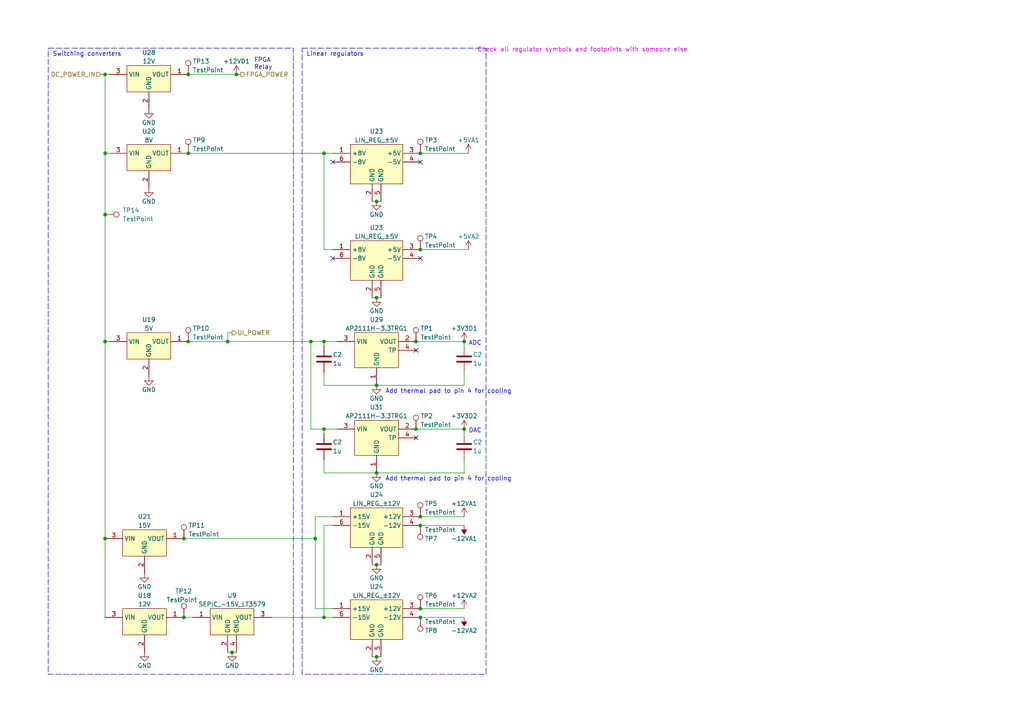
<source format=kicad_sch>
(kicad_sch (version 20230121) (generator eeschema)
  (paper "A4")
  (lib_symbols
    (symbol "Audio-DSP:+12VA1" (power) (in_bom no) (on_board no)
      (property "Value" "+12VA1" (at 0 3.81 0))
      (symbol "+12VA1_0_1"
        (polyline (pts (xy -0.762 1.27) (xy 0 2.54)))
        (polyline (pts (xy 0 0) (xy 0 2.54)))
        (polyline (pts (xy 0 2.54) (xy 0.762 1.27)))
      )
      (symbol "+12VA1_1_1"
        (pin power_in line (at 0 0 90) (length 0) hide (name "+12VA1") (number "1"))
      )
    )
    (symbol "Audio-DSP:+12VA2" (power) (in_bom no) (on_board no)
      (property "Value" "+12VA2" (at 0 3.81 0))
      (symbol "+12VA2_0_1"
        (polyline (pts (xy -0.762 1.27) (xy 0 2.54)))
        (polyline (pts (xy 0 0) (xy 0 2.54)))
        (polyline (pts (xy 0 2.54) (xy 0.762 1.27)))
      )
      (symbol "+12VA2_1_1"
        (pin power_in line (at 0 0 90) (length 0) hide (name "+12VA2") (number "1"))
      )
    )
    (symbol "Audio-DSP:+5VA1" (power) (in_bom no) (on_board no)
      (property "Value" "+5VA1" (at 0 3.81 0))
      (symbol "+5VA1_0_1"
        (polyline (pts (xy -0.762 1.27) (xy 0 2.54)))
        (polyline (pts (xy 0 0) (xy 0 2.54)))
        (polyline (pts (xy 0 2.54) (xy 0.762 1.27)))
      )
      (symbol "+5VA1_1_1"
        (pin power_in line (at 0 0 90) (length 0) hide (name "+5VA1") (number "1"))
      )
    )
    (symbol "Audio-DSP:+5VA2" (power) (in_bom no) (on_board no)
      (property "Value" "+5VA2" (at 0 3.81 0))
      (symbol "+5VA2_0_1"
        (polyline (pts (xy -0.762 1.27) (xy 0 2.54)))
        (polyline (pts (xy 0 0) (xy 0 2.54)))
        (polyline (pts (xy 0 2.54) (xy 0.762 1.27)))
      )
      (symbol "+5VA2_1_1"
        (pin power_in line (at 0 0 90) (length 0) hide (name "+5VA2") (number "1"))
      )
    )
    (symbol "Audio-DSP:-12VA1" (power) (in_bom no) (on_board no)
      (property "Value" "-12VA1" (at 0 3.81 0))
      (symbol "-12VA1_0_1"
        (polyline (pts (xy 0 0) (xy 0 1.27) (xy 0.762 1.27) (xy 0 2.54) (xy -0.762 1.27) (xy 0 1.27)) (fill (type outline)))
      )
      (symbol "-12VA1_1_0"
        (pin power_in line (at 0 0 90) (length 0) hide (name "-12VA1") (number "1"))
      )
    )
    (symbol "Audio-DSP:-12VA2" (power) (in_bom no) (on_board no)
      (property "Value" "-12VA2" (at 0 3.81 0))
      (symbol "-12VA2_0_1"
        (polyline (pts (xy 0 0) (xy 0 1.27) (xy 0.762 1.27) (xy 0 2.54) (xy -0.762 1.27) (xy 0 1.27)) (fill (type outline)))
      )
      (symbol "-12VA2_1_0"
        (pin power_in line (at 0 0 90) (length 0) hide (name "-12VA2") (number "1"))
      )
    )
    (symbol "Audio-DSP:LIN_REG_±12V"
      (property "Reference" "U" (at 0 10.16 0))
      (property "Value" "LIN_REG_±12V" (at 0 7.62 0))
      (symbol "LIN_REG_±12V_1_1"
        (rectangle (start -7.62 6.35) (end 7.62 -5.08) (fill (type background)))
        (pin power_in line (at -12.7 3.81 0) (length 5.08) (name "+15V") (number "1"))
        (pin power_in line (at -1.27 -10.16 90) (length 5.08) (name "GND") (number "2"))
        (pin power_out line (at 12.7 3.81 180) (length 5.08) (name "+12V") (number "3"))
        (pin power_out line (at 12.7 1.27 180) (length 5.08) (name "-12V") (number "4"))
        (pin power_in line (at 1.27 -10.16 90) (length 5.08) (name "GND") (number "5"))
        (pin power_in line (at -12.7 1.27 0) (length 5.08) (name "-15V") (number "6"))
      )
    )
    (symbol "Audio-DSP:LIN_REG_±5V"
      (property "Reference" "U" (at 0 10.16 0))
      (property "Value" "LIN_REG_±5V" (at 0 7.62 0))
      (symbol "LIN_REG_±5V_1_1"
        (rectangle (start -7.62 6.35) (end 7.62 -5.08) (fill (type background)))
        (pin power_in line (at -12.7 3.81 0) (length 5.08) (name "+8V") (number "1"))
        (pin power_in line (at -1.27 -10.16 90) (length 5.08) (name "GND") (number "2"))
        (pin power_out line (at 12.7 3.81 180) (length 5.08) (name "+5V") (number "3"))
        (pin power_out line (at 12.7 1.27 180) (length 5.08) (name "-5V") (number "4"))
        (pin power_in line (at 1.27 -10.16 90) (length 5.08) (name "GND") (number "5"))
        (pin power_in line (at -12.7 1.27 0) (length 5.08) (name "-8V") (number "6"))
      )
    )
    (symbol "Audio_DSP:+12VD1" (power) (in_bom no) (on_board no)
      (property "Value" "+12VD1" (at 0 3.81 0))
      (symbol "+12VD1_0_1"
        (polyline (pts (xy -0.762 1.27) (xy 0 2.54)))
        (polyline (pts (xy 0 0) (xy 0 2.54)))
        (polyline (pts (xy 0 2.54) (xy 0.762 1.27)))
      )
      (symbol "+12VD1_1_1"
        (pin power_in line (at 0 0 90) (length 0) hide (name "+12VD1") (number "1"))
      )
    )
    (symbol "Audio_DSP:+3V3D1" (power) (in_bom no) (on_board no)
      (property "Value" "+3V3D1" (at 0 3.81 0))
      (symbol "+3V3D1_0_1"
        (polyline (pts (xy -0.762 1.27) (xy 0 2.54)))
        (polyline (pts (xy 0 0) (xy 0 2.54)))
        (polyline (pts (xy 0 2.54) (xy 0.762 1.27)))
      )
      (symbol "+3V3D1_1_1"
        (pin power_in line (at 0 0 90) (length 0) hide (name "+3V3D1") (number "1"))
      )
    )
    (symbol "Audio_DSP:+3V3D2" (power) (in_bom no) (on_board no)
      (property "Value" "+3V3D2" (at 0 3.81 0))
      (symbol "+3V3D2_0_1"
        (polyline (pts (xy -0.762 1.27) (xy 0 2.54)))
        (polyline (pts (xy 0 0) (xy 0 2.54)))
        (polyline (pts (xy 0 2.54) (xy 0.762 1.27)))
      )
      (symbol "+3V3D2_1_1"
        (pin power_in line (at 0 0 90) (length 0) hide (name "+3V3D2") (number "1"))
      )
    )
    (symbol "Audio_DSP:AP2111H-3.3TRG1"
      (property "Reference" "U" (at 0 8.89 0))
      (property "Value" "AP2111H-3.3TRG1" (at 0 6.35 0))
      (symbol "AP2111H-3.3TRG1_1_1"
        (rectangle (start -6.35 5.08) (end 6.35 -5.08) (fill (type background)))
        (pin power_in line (at 0 -10.16 90) (length 5.08) (name "GND") (number "1"))
        (pin power_out line (at 11.43 2.54 180) (length 5.08) (name "VOUT") (number "2"))
        (pin power_in line (at -11.43 2.54 0) (length 5.08) (name "VIN") (number "3"))
        (pin no_connect line (at 11.43 0 180) (length 5.08) (name "TP") (number "4"))
      )
    )
    (symbol "Audio_DSP:BUCK_12V_MAX17634C"
      (property "Reference" "U" (at 3.81 7.62 0))
      (property "Value" "12V" (at 5.08 5.08 0))
      (symbol "BUCK_12V_MAX17634C_1_1"
        (rectangle (start -6.35 3.81) (end 6.35 -3.81) (fill (type background)))
        (pin power_out line (at 11.43 1.27 180) (length 5.08) (name "VOUT") (number "1"))
        (pin power_in line (at 0 -8.89 90) (length 5.08) (name "GND") (number "2"))
        (pin power_in line (at -11.43 1.27 0) (length 5.08) (name "VIN") (number "3"))
      )
    )
    (symbol "Audio_DSP:BUCK_15V_MAX17634C"
      (property "Reference" "U" (at 3.81 7.62 0))
      (property "Value" "15V" (at 5.08 5.08 0))
      (symbol "BUCK_15V_MAX17634C_1_1"
        (rectangle (start -6.35 3.81) (end 6.35 -3.81) (fill (type background)))
        (pin power_out line (at 11.43 1.27 180) (length 5.08) (name "VOUT") (number "1"))
        (pin power_in line (at 0 -8.89 90) (length 5.08) (name "GND") (number "2"))
        (pin power_in line (at -11.43 1.27 0) (length 5.08) (name "VIN") (number "3"))
      )
    )
    (symbol "Audio_DSP:BUCK_5V_MAX17634C"
      (property "Reference" "U" (at 3.81 7.62 0))
      (property "Value" "5V" (at 5.08 5.08 0))
      (symbol "BUCK_5V_MAX17634C_1_1"
        (rectangle (start -6.35 3.81) (end 6.35 -3.81) (fill (type background)))
        (pin power_out line (at 11.43 1.27 180) (length 5.08) (name "VOUT") (number "1"))
        (pin power_in line (at 0 -8.89 90) (length 5.08) (name "GND") (number "2"))
        (pin power_in line (at -11.43 1.27 0) (length 5.08) (name "VIN") (number "3"))
      )
    )
    (symbol "Audio_DSP:BUCK_8V_MAX17634C"
      (property "Reference" "U" (at 3.81 7.62 0))
      (property "Value" "8V" (at 5.08 5.08 0))
      (symbol "BUCK_8V_MAX17634C_1_1"
        (rectangle (start -6.35 3.81) (end 6.35 -3.81) (fill (type background)))
        (pin power_out line (at 11.43 1.27 180) (length 5.08) (name "VOUT") (number "1"))
        (pin power_in line (at 0 -8.89 90) (length 5.08) (name "GND") (number "2"))
        (pin power_in line (at -11.43 1.27 0) (length 5.08) (name "VIN") (number "3"))
      )
    )
    (symbol "Audio_DSP:SEPIC_-15V_LT3579"
      (property "Reference" "U" (at 0 7.62 0))
      (property "Value" "SEPIC_-15V_LT3579" (at 0 5.08 0))
      (symbol "SEPIC_-15V_LT3579_1_1"
        (rectangle (start -6.35 3.81) (end 6.35 -3.81) (fill (type background)))
        (pin power_in line (at -11.43 1.27 0) (length 5.08) (name "VIN") (number "1"))
        (pin power_in line (at -1.27 -8.89 90) (length 5.08) (name "GND") (number "2"))
        (pin power_out line (at 11.43 1.27 180) (length 5.08) (name "VOUT") (number "3"))
        (pin power_in line (at 1.27 -8.89 90) (length 5.08) (name "GND") (number "4"))
      )
    )
    (symbol "Connector:TestPoint" (pin_numbers hide) (pin_names (offset 0.762) hide)
      (property "Reference" "TP" (at 0 6.858 0))
      (property "Value" "TestPoint" (at 0 5.08 0))
      (symbol "TestPoint_0_1"
        (circle (center 0 3.302) (radius 0.762))
      )
      (symbol "TestPoint_1_1"
        (pin passive line (at 0 0 90) (length 2.54) (name "1") (number "1"))
      )
    )
    (symbol "Device:C" (pin_numbers hide) (pin_names (offset 0.254))
      (property "Reference" "C" (at 0.635 2.54 0))
      (property "Value" "C" (at 0.635 -2.54 0))
      (symbol "C_0_1"
        (polyline (pts (xy -2.032 -0.762) (xy 2.032 -0.762)) (stroke (width 0.508)))
        (polyline (pts (xy -2.032 0.762) (xy 2.032 0.762)) (stroke (width 0.508)))
      )
      (symbol "C_1_1"
        (pin passive line (at 0 3.81 270) (length 2.794) (name "~") (number "1"))
        (pin passive line (at 0 -3.81 90) (length 2.794) (name "~") (number "2"))
      )
    )
    (symbol "power:GND" (power) (pin_names (offset 0))
      (property "Value" "GND" (at 0 -3.81 0))
      (symbol "GND_0_1"
        (polyline (pts (xy 0 0) (xy 0 -1.27) (xy 1.27 -1.27) (xy 0 -2.54) (xy -1.27 -1.27) (xy 0 -1.27)))
      )
      (symbol "GND_1_1"
        (pin power_in line (at 0 0 270) (length 0) hide (name "GND") (number "1"))
      )
    )
  )
  (junction (at 93.98 44.45))
  (junction (at 120.65 99.06))
  (junction (at 109.22 163.83))
  (junction (at 134.62 124.46))
  (junction (at 30.48 44.45))
  (junction (at 54.61 44.45))
  (junction (at 121.92 44.45))
  (junction (at 90.17 99.06))
  (junction (at 93.98 99.06))
  (junction (at 53.34 156.21))
  (junction (at 67.31 189.23))
  (junction (at 93.98 179.07))
  (junction (at 121.92 176.53))
  (junction (at 66.04 99.06))
  (junction (at 54.61 99.06))
  (junction (at 121.92 179.07))
  (junction (at 53.34 179.07))
  (junction (at 121.92 152.4))
  (junction (at 109.22 58.42))
  (junction (at 109.22 190.5))
  (junction (at 30.48 99.06))
  (junction (at 109.22 137.16))
  (junction (at 109.22 86.36))
  (junction (at 93.98 124.46))
  (junction (at 54.61 21.59))
  (junction (at 121.92 72.39))
  (junction (at 134.62 99.06))
  (junction (at 120.65 124.46))
  (junction (at 121.92 149.86))
  (junction (at 91.44 156.21))
  (junction (at 109.22 111.76))
  (junction (at 30.48 156.21))
  (junction (at 30.48 21.59))
  (junction (at 30.48 62.23))
  (junction (at 68.58 21.59))
  (no_connect (at 121.92 46.99))
  (no_connect (at 96.52 74.93))
  (no_connect (at 120.65 101.6))
  (no_connect (at 96.52 46.99))
  (no_connect (at 121.92 74.93))
  (no_connect (at 120.65 127))
  (wire (pts (xy 134.62 149.86) (xy 121.92 149.86)))
  (wire (pts (xy 134.62 137.16) (xy 134.62 133.35)))
  (wire (pts (xy 107.95 58.42) (xy 109.22 58.42)))
  (wire (pts (xy 93.98 99.06) (xy 93.98 100.33)))
  (wire (pts (xy 30.48 21.59) (xy 30.48 44.45)))
  (wire (pts (xy 91.44 149.86) (xy 91.44 156.21)))
  (wire (pts (xy 109.22 163.83) (xy 110.49 163.83)))
  (wire (pts (xy 54.61 21.59) (xy 68.58 21.59)))
  (wire (pts (xy 30.48 99.06) (xy 31.75 99.06)))
  (wire (pts (xy 93.98 124.46) (xy 93.98 125.73)))
  (wire (pts (xy 107.95 86.36) (xy 109.22 86.36)))
  (wire (pts (xy 90.17 124.46) (xy 93.98 124.46)))
  (wire (pts (xy 53.34 156.21) (xy 91.44 156.21)))
  (wire (pts (xy 30.48 62.23) (xy 30.48 99.06)))
  (wire (pts (xy 97.79 99.06) (xy 93.98 99.06)))
  (wire (pts (xy 109.22 86.36) (xy 110.49 86.36)))
  (wire (pts (xy 93.98 137.16) (xy 93.98 133.35)))
  (wire (pts (xy 90.17 99.06) (xy 93.98 99.06)))
  (wire (pts (xy 67.31 189.23) (xy 68.58 189.23)))
  (wire (pts (xy 135.89 44.45) (xy 121.92 44.45)))
  (wire (pts (xy 109.22 58.42) (xy 110.49 58.42)))
  (wire (pts (xy 30.48 156.21) (xy 30.48 179.07)))
  (wire (pts (xy 134.62 152.4) (xy 121.92 152.4)))
  (wire (pts (xy 109.22 190.5) (xy 110.49 190.5)))
  (wire (pts (xy 109.22 137.16) (xy 134.62 137.16)))
  (wire (pts (xy 66.04 189.23) (xy 67.31 189.23)))
  (wire (pts (xy 134.62 124.46) (xy 120.65 124.46)))
  (wire (pts (xy 93.98 44.45) (xy 96.52 44.45)))
  (wire (pts (xy 93.98 179.07) (xy 96.52 179.07)))
  (wire (pts (xy 54.61 44.45) (xy 93.98 44.45)))
  (wire (pts (xy 66.04 96.52) (xy 66.04 99.06)))
  (wire (pts (xy 109.22 111.76) (xy 134.62 111.76)))
  (wire (pts (xy 135.89 72.39) (xy 121.92 72.39)))
  (wire (pts (xy 66.04 96.52) (xy 67.31 96.52)))
  (wire (pts (xy 93.98 72.39) (xy 93.98 44.45)))
  (wire (pts (xy 134.62 111.76) (xy 134.62 107.95)))
  (wire (pts (xy 54.61 99.06) (xy 66.04 99.06)))
  (wire (pts (xy 134.62 125.73) (xy 134.62 124.46)))
  (wire (pts (xy 93.98 111.76) (xy 93.98 107.95)))
  (wire (pts (xy 109.22 137.16) (xy 93.98 137.16)))
  (wire (pts (xy 93.98 152.4) (xy 93.98 179.07)))
  (wire (pts (xy 109.22 111.76) (xy 93.98 111.76)))
  (wire (pts (xy 107.95 190.5) (xy 109.22 190.5)))
  (wire (pts (xy 96.52 152.4) (xy 93.98 152.4)))
  (wire (pts (xy 78.74 179.07) (xy 93.98 179.07)))
  (wire (pts (xy 68.58 21.59) (xy 69.85 21.59)))
  (wire (pts (xy 96.52 72.39) (xy 93.98 72.39)))
  (wire (pts (xy 30.48 21.59) (xy 31.75 21.59)))
  (wire (pts (xy 30.48 99.06) (xy 30.48 156.21)))
  (wire (pts (xy 53.34 179.07) (xy 55.88 179.07)))
  (wire (pts (xy 30.48 44.45) (xy 31.75 44.45)))
  (wire (pts (xy 90.17 99.06) (xy 90.17 124.46)))
  (wire (pts (xy 107.95 163.83) (xy 109.22 163.83)))
  (wire (pts (xy 134.62 176.53) (xy 121.92 176.53)))
  (wire (pts (xy 134.62 179.07) (xy 121.92 179.07)))
  (wire (pts (xy 97.79 124.46) (xy 93.98 124.46)))
  (wire (pts (xy 96.52 176.53) (xy 91.44 176.53)))
  (wire (pts (xy 66.04 99.06) (xy 90.17 99.06)))
  (wire (pts (xy 29.21 21.59) (xy 30.48 21.59)))
  (wire (pts (xy 134.62 100.33) (xy 134.62 99.06)))
  (wire (pts (xy 91.44 156.21) (xy 91.44 176.53)))
  (wire (pts (xy 134.62 99.06) (xy 120.65 99.06)))
  (wire (pts (xy 30.48 44.45) (xy 30.48 62.23)))
  (wire (pts (xy 91.44 149.86) (xy 96.52 149.86)))
  (rectangle (start 87.63 13.97) (end 140.97 195.58) (stroke (width 0) (type dash)))
  (rectangle (start 13.97 13.97) (end 85.09 195.58) (stroke (width 0) (type dash)))
  (text "Check all regulator symbols and footprints with someone else" (at 138.43 15.24 0) (effects (font (size 1.27 1.27)) (justify left bottom)))
  (text "Add thermal pad to pin 4 for cooling" (at 111.76 139.7 0) (effects (font (size 1.27 1.27)) (justify left bottom)))
  (text "Linear regulators" (at 88.9 16.51 0) (effects (font (size 1.27 1.27)) (justify left bottom)))
  (text "FPGA\nRelay" (at 73.66 20.32 0) (effects (font (size 1.27 1.27)) (justify left bottom)))
  (text "Add thermal pad to pin 4 for cooling" (at 111.76 114.3 0) (effects (font (size 1.27 1.27)) (justify left bottom)))
  (text "Switching converters" (at 15.24 16.51 0) (effects (font (size 1.27 1.27)) (justify left bottom)))
  (text "ADC" (at 135.89 100.33 0) (effects (font (size 1.27 1.27)) (justify left bottom)))
  (text "DAC" (at 135.89 125.73 0) (effects (font (size 1.27 1.27)) (justify left bottom)))
  (hierarchical_label "UI_POWER" (shape output) (at 67.31 96.52 0))
  (hierarchical_label "FPGA_POWER" (shape output) (at 69.85 21.59 0))
  (hierarchical_label "DC_POWER_IN" (shape input) (at 29.21 21.59 180))
  (symbol (lib_id "power:GND") (at 109.22 163.83 0) (unit 1)
    (property "Reference" "#PWR0165" (effects hide))
    (property "Value" "GND" (at 109.22 167.64 0))
  )
  (symbol (lib_id "power:GND") (at 41.91 166.37 0) (unit 1)
    (property "Reference" "#PWR0163" (effects hide))
    (property "Value" "GND" (at 41.91 170.18 0))
  )
  (symbol (lib_id "Audio_DSP:BUCK_8V_MAX17634C") (at 43.18 45.72 0) (unit 1)
    (property "Reference" "U20" (at 43.18 38.1 0))
    (property "Value" "8V" (at 43.18 40.64 0))
    (property "Footprint" "Audio-DSP:BUCK_MAX17634C_xxV" (effects hide))
    (property "Datasheet" "NA" (effects hide))
  )
  (symbol (lib_id "Audio-DSP:LIN_REG_±5V") (at 109.22 76.2 0) (unit 1)
    (property "Reference" "U23" (at 109.22 66.04 0))
    (property "Value" "LIN_REG_±5V" (at 109.22 68.58 0))
    (property "Footprint" "Audio_DSP:LIN_REG_±xxV" (effects hide))
    (property "Datasheet" "NA" (effects hide))
    (instances (project "Main board" (path "" (reference "U23") (unit 1)) (path "" (reference "U13") (unit 1))))
  )
  (symbol (lib_id "Audio-DSP:-12VA1") (at 134.62 152.4 180) (unit 1) (in_bom no) (on_board no)
    (property "Reference" "#PWR051" (effects hide))
    (property "Value" "-12VA1" (at 134.62 156.21 0))
    (instances (project "Main board" (path "" (reference "#PWR051") (unit 1)) (path "" (reference "#PWR051") (unit 1)) (path "" (reference "#PWR065") (unit 1))))
  )
  (symbol (lib_id "Audio-DSP:-12VA2") (at 134.62 179.07 180) (unit 1) (in_bom no) (on_board no)
    (property "Reference" "#PWR058" (effects hide))
    (property "Value" "-12VA2" (at 134.62 182.88 0))
    (instances (project "Main board" (path "" (reference "#PWR058") (unit 1)) (path "" (reference "#PWR040") (unit 1)) (path "" (reference "#PWR063") (unit 1))))
  )
  (symbol (lib_id "power:GND") (at 109.22 58.42 0) (unit 1)
    (property "Reference" "#PWR0168" (effects hide))
    (property "Value" "GND" (at 109.22 62.23 0))
  )
  (symbol (lib_id "Connector:TestPoint") (at 121.92 149.86 0) (unit 1)
    (property "Reference" "TP5" (at 123.19 146.05 0) (effects (justify left)))
    (property "Value" "TestPoint" (at 123.19 148.59 0) (effects (justify left)))
    (property "Footprint" "TestPoint:TestPoint_Pad_D2.0mm" (effects hide))
  )
  (symbol (lib_id "Audio_DSP:+3V3D2") (at 134.62 124.46 0) (unit 1) (in_bom no) (on_board no)
    (property "Reference" "#PWR0106" (effects hide))
    (property "Value" "+3V3D2" (at 134.62 120.65 0))
  )
  (symbol (lib_id "power:GND") (at 43.18 109.22 0) (unit 1)
    (property "Reference" "#PWR094" (effects hide))
    (property "Value" "GND" (at 43.18 113.03 0))
  )
  (symbol (lib_id "Audio_DSP:SEPIC_-15V_LT3579") (at 67.31 180.34 0) (unit 1)
    (property "Reference" "U9" (at 67.31 172.72 0))
    (property "Value" "SEPIC_-15V_LT3579" (at 67.31 175.26 0))
    (property "Footprint" "Audio-DSP:SEPIC_-15V_LT3579" (effects hide))
    (property "Datasheet" "NA" (effects hide))
  )
  (symbol (lib_id "Connector:TestPoint") (at 53.34 179.07 0) (unit 1)
    (property "Reference" "TP12" (at 50.8 171.45 0) (effects (justify left)))
    (property "Value" "TestPoint" (at 48.26 173.99 0) (effects (justify left)))
    (property "Footprint" "TestPoint:TestPoint_Pad_D2.0mm" (effects hide))
  )
  (symbol (lib_id "power:GND") (at 109.22 111.76 0) (unit 1)
    (property "Reference" "#PWR093" (effects hide))
    (property "Value" "GND" (at 109.22 115.57 0))
  )
  (symbol (lib_id "Audio_DSP:BUCK_5V_MAX17634C") (at 43.18 100.33 0) (unit 1)
    (property "Reference" "U19" (at 43.18 92.71 0))
    (property "Value" "5V" (at 43.18 95.25 0))
    (property "Footprint" "Audio-DSP:BUCK_MAX17634C_xxV" (effects hide))
    (property "Datasheet" "NA" (effects hide))
  )
  (symbol (lib_id "Connector:TestPoint") (at 30.48 62.23 270) (unit 1)
    (property "Reference" "TP14" (at 35.56 60.96 90) (effects (justify left)))
    (property "Value" "TestPoint" (at 35.56 63.5 90) (effects (justify left)))
    (property "Footprint" "TestPoint:TestPoint_Pad_D2.0mm" (effects hide))
  )
  (symbol (lib_id "Audio_DSP:+12VD1") (at 68.58 21.59 0) (unit 1) (in_bom no) (on_board no)
    (property "Reference" "#PWR096" (effects hide))
    (property "Value" "+12VD1" (at 68.58 17.78 0))
  )
  (symbol (lib_id "power:GND") (at 43.18 31.75 0) (unit 1)
    (property "Reference" "#PWR095" (effects hide))
    (property "Value" "GND" (at 43.18 35.56 0))
  )
  (symbol (lib_id "power:GND") (at 67.31 189.23 0) (unit 1)
    (property "Reference" "#PWR092" (effects hide))
    (property "Value" "GND" (at 67.31 193.04 0))
  )
  (symbol (lib_id "Connector:TestPoint") (at 121.92 72.39 0) (unit 1)
    (property "Reference" "TP4" (at 123.19 68.58 0) (effects (justify left)))
    (property "Value" "TestPoint" (at 123.19 71.12 0) (effects (justify left)))
    (property "Footprint" "TestPoint:TestPoint_Pad_D2.0mm" (effects hide))
  )
  (symbol (lib_id "power:GND") (at 41.91 189.23 0) (unit 1)
    (property "Reference" "#PWR0162" (effects hide))
    (property "Value" "GND" (at 41.91 193.04 0))
  )
  (symbol (lib_id "Connector:TestPoint") (at 121.92 152.4 0) (mirror x) (unit 1)
    (property "Reference" "TP7" (at 123.19 156.21 0) (effects (justify left)))
    (property "Value" "TestPoint" (at 123.19 153.67 0) (effects (justify left)))
    (property "Footprint" "TestPoint:TestPoint_Pad_D2.0mm" (effects hide))
  )
  (symbol (lib_id "Audio-DSP:+5VA1") (at 135.89 44.45 0) (unit 1) (in_bom no) (on_board no)
    (property "Reference" "#PWR047" (effects hide))
    (property "Value" "+5VA1" (at 135.89 40.64 0))
    (instances (project "Main board" (path "" (reference "#PWR047") (unit 1)) (path "" (reference "#PWR047") (unit 1)) (path "" (reference "#PWR061") (unit 1))))
  )
  (symbol (lib_id "Audio-DSP:LIN_REG_±12V") (at 109.22 180.34 0) (unit 1)
    (property "Reference" "U24" (at 109.22 170.18 0))
    (property "Value" "LIN_REG_±12V" (at 109.22 172.72 0))
    (property "Footprint" "Audio_DSP:LIN_REG_±xxV" (effects hide))
    (property "Datasheet" "NA" (effects hide))
    (instances (project "Main board" (path "" (reference "U24") (unit 1)) (path "" (reference "U15") (unit 1))))
  )
  (symbol (lib_id "Audio-DSP:LIN_REG_±5V") (at 109.22 48.26 0) (unit 1)
    (property "Reference" "U23" (at 109.22 38.1 0))
    (property "Value" "LIN_REG_±5V" (at 109.22 40.64 0))
    (property "Footprint" "Audio_DSP:LIN_REG_±xxV" (effects hide))
    (property "Datasheet" "NA" (effects hide))
    (instances (project "Main board" (path "" (reference "U23") (unit 1)) (path "" (reference "U12") (unit 1))))
  )
  (symbol (lib_id "power:GND") (at 109.22 137.16 0) (unit 1)
    (property "Reference" "#PWR099" (effects hide))
    (property "Value" "GND" (at 109.22 140.97 0))
  )
  (symbol (lib_id "Device:C") (at 134.62 129.54 0) (unit 1)
    (property "Reference" "C2" (at 137.16 128.27 0) (effects (justify left)))
    (property "Value" "1u" (at 137.16 130.81 0) (effects (justify left)))
    (property "Footprint" "Capacitor_SMD:C_0402_1005Metric" (effects hide))
    (instances (project "Main board" (path "" (reference "C2") (unit 1)) (path "" (reference "C114") (unit 1))))
  )
  (symbol (lib_id "Audio-DSP:+12VA1") (at 134.62 149.86 0) (unit 1) (in_bom no) (on_board no)
    (property "Reference" "#PWR050" (effects hide))
    (property "Value" "+12VA1" (at 134.62 146.05 0))
    (instances (project "Main board" (path "" (reference "#PWR050") (unit 1)) (path "" (reference "#PWR050") (unit 1)) (path "" (reference "#PWR064") (unit 1))))
  )
  (symbol (lib_id "Audio-DSP:+12VA2") (at 134.62 176.53 0) (unit 1) (in_bom no) (on_board no)
    (property "Reference" "#PWR052" (effects hide))
    (property "Value" "+12VA2" (at 134.62 172.72 0))
    (instances (project "Main board" (path "" (reference "#PWR052") (unit 1)) (path "" (reference "#PWR016") (unit 1)) (path "" (reference "#PWR062") (unit 1))))
  )
  (symbol (lib_id "Audio_DSP:BUCK_12V_MAX17634C") (at 41.91 180.34 0) (unit 1)
    (property "Reference" "U18" (at 41.91 172.72 0))
    (property "Value" "12V" (at 41.91 175.26 0))
    (property "Footprint" "Audio-DSP:BUCK_MAX17634C_xxV" (effects hide))
    (property "Datasheet" "NA" (effects hide))
  )
  (symbol (lib_id "Audio-DSP:+5VA2") (at 135.89 72.39 0) (unit 1) (in_bom no) (on_board no)
    (property "Reference" "#PWR049" (effects hide))
    (property "Value" "+5VA2" (at 135.89 68.58 0))
    (instances (project "Main board" (path "" (reference "#PWR049") (unit 1)) (path "" (reference "#PWR060") (unit 1))))
  )
  (symbol (lib_id "power:GND") (at 109.22 86.36 0) (unit 1)
    (property "Reference" "#PWR0167" (effects hide))
    (property "Value" "GND" (at 109.22 90.17 0))
  )
  (symbol (lib_id "Connector:TestPoint") (at 54.61 21.59 0) (unit 1)
    (property "Reference" "TP13" (at 55.88 17.78 0) (effects (justify left)))
    (property "Value" "TestPoint" (at 55.88 20.32 0) (effects (justify left)))
    (property "Footprint" "TestPoint:TestPoint_Pad_D2.0mm" (effects hide))
  )
  (symbol (lib_id "Connector:TestPoint") (at 121.92 44.45 0) (unit 1)
    (property "Reference" "TP3" (at 123.19 40.64 0) (effects (justify left)))
    (property "Value" "TestPoint" (at 123.19 43.18 0) (effects (justify left)))
    (property "Footprint" "TestPoint:TestPoint_Pad_D2.0mm" (effects hide))
  )
  (symbol (lib_id "Connector:TestPoint") (at 121.92 179.07 0) (mirror x) (unit 1)
    (property "Reference" "TP8" (at 123.19 182.88 0) (effects (justify left)))
    (property "Value" "TestPoint" (at 123.19 180.34 0) (effects (justify left)))
    (property "Footprint" "TestPoint:TestPoint_Pad_D2.0mm" (effects hide))
  )
  (symbol (lib_id "Connector:TestPoint") (at 53.34 156.21 0) (unit 1)
    (property "Reference" "TP11" (at 54.61 152.4 0) (effects (justify left)))
    (property "Value" "TestPoint" (at 54.61 154.94 0) (effects (justify left)))
    (property "Footprint" "TestPoint:TestPoint_Pad_D2.0mm" (effects hide))
  )
  (symbol (lib_id "Connector:TestPoint") (at 54.61 99.06 0) (unit 1)
    (property "Reference" "TP10" (at 55.88 95.25 0) (effects (justify left)))
    (property "Value" "TestPoint" (at 55.88 97.79 0) (effects (justify left)))
    (property "Footprint" "TestPoint:TestPoint_Pad_D2.0mm" (effects hide))
  )
  (symbol (lib_id "Device:C") (at 134.62 104.14 0) (unit 1)
    (property "Reference" "C2" (at 137.16 102.87 0) (effects (justify left)))
    (property "Value" "1u" (at 137.16 105.41 0) (effects (justify left)))
    (property "Footprint" "Capacitor_SMD:C_0402_1005Metric" (effects hide))
    (instances (project "Main board" (path "" (reference "C2") (unit 1)) (path "" (reference "C85") (unit 1))))
  )
  (symbol (lib_id "power:GND") (at 43.18 54.61 0) (unit 1)
    (property "Reference" "#PWR097" (effects hide))
    (property "Value" "GND" (at 43.18 58.42 0))
  )
  (symbol (lib_id "power:GND") (at 109.22 190.5 0) (unit 1)
    (property "Reference" "#PWR0169" (effects hide))
    (property "Value" "GND" (at 109.22 194.31 0))
  )
  (symbol (lib_id "Audio_DSP:BUCK_15V_MAX17634C") (at 41.91 157.48 0) (unit 1)
    (property "Reference" "U21" (at 41.91 149.86 0))
    (property "Value" "15V" (at 41.91 152.4 0))
    (property "Footprint" "Audio-DSP:BUCK_MAX17634C_xxV" (effects hide))
    (property "Datasheet" "NA" (effects hide))
  )
  (symbol (lib_id "Audio_DSP:+3V3D1") (at 134.62 99.06 0) (unit 1) (in_bom no) (on_board no)
    (property "Reference" "#PWR0100" (effects hide))
    (property "Value" "+3V3D1" (at 134.62 95.25 0))
  )
  (symbol (lib_id "Connector:TestPoint") (at 120.65 99.06 0) (unit 1)
    (property "Reference" "TP1" (at 121.92 95.25 0) (effects (justify left)))
    (property "Value" "TestPoint" (at 121.92 97.79 0) (effects (justify left)))
    (property "Footprint" "TestPoint:TestPoint_Pad_D2.0mm" (effects hide))
  )
  (symbol (lib_id "Audio_DSP:AP2111H-3.3TRG1") (at 109.22 101.6 0) (unit 1)
    (property "Reference" "U29" (at 109.22 92.71 0))
    (property "Value" "AP2111H-3.3TRG1" (at 109.22 95.25 0))
    (property "Footprint" "Package_TO_SOT_SMD:SOT-223" (effects hide))
    (property "Datasheet" "https://nl.mouser.com/ProductDetail/Diodes-Incorporated/AP2111H-3.3TRG1?qs=x6A8l6qLYDCdsdXLicgNOA%3D%3D" (effects hide))
  )
  (symbol (lib_id "Audio-DSP:LIN_REG_±12V") (at 109.22 153.67 0) (unit 1)
    (property "Reference" "U24" (at 109.22 143.51 0))
    (property "Value" "LIN_REG_±12V" (at 109.22 146.05 0))
    (property "Footprint" "Audio_DSP:LIN_REG_±xxV" (effects hide))
    (property "Datasheet" "NA" (effects hide))
    (instances (project "Main board" (path "" (reference "U24") (unit 1)) (path "" (reference "U14") (unit 1))))
  )
  (symbol (lib_id "Device:C") (at 93.98 129.54 0) (unit 1)
    (property "Reference" "C2" (at 96.52 128.27 0) (effects (justify left)))
    (property "Value" "1u" (at 96.52 130.81 0) (effects (justify left)))
    (property "Footprint" "Capacitor_SMD:C_0402_1005Metric" (effects hide))
    (instances (project "Main board" (path "" (reference "C2") (unit 1)) (path "" (reference "C113") (unit 1))))
  )
  (symbol (lib_id "Audio_DSP:BUCK_12V_MAX17634C") (at 43.18 22.86 0) (unit 1)
    (property "Reference" "U28" (at 43.18 15.24 0))
    (property "Value" "12V" (at 43.18 17.78 0))
    (property "Footprint" "Audio-DSP:BUCK_MAX17634C_xxV" (effects hide))
    (property "Datasheet" "NA" (effects hide))
  )
  (symbol (lib_id "Audio_DSP:AP2111H-3.3TRG1") (at 109.22 127 0) (unit 1)
    (property "Reference" "U31" (at 109.22 118.11 0))
    (property "Value" "AP2111H-3.3TRG1" (at 109.22 120.65 0))
    (property "Footprint" "Package_TO_SOT_SMD:SOT-223" (effects hide))
    (property "Datasheet" "https://nl.mouser.com/ProductDetail/Diodes-Incorporated/AP2111H-3.3TRG1?qs=x6A8l6qLYDCdsdXLicgNOA%3D%3D" (effects hide))
  )
  (symbol (lib_id "Connector:TestPoint") (at 120.65 124.46 0) (unit 1)
    (property "Reference" "TP2" (at 121.92 120.65 0) (effects (justify left)))
    (property "Value" "TestPoint" (at 121.92 123.19 0) (effects (justify left)))
    (property "Footprint" "TestPoint:TestPoint_Pad_D2.0mm" (effects hide))
  )
  (symbol (lib_id "Device:C") (at 93.98 104.14 0) (unit 1)
    (property "Reference" "C2" (at 96.52 102.87 0) (effects (justify left)))
    (property "Value" "1u" (at 96.52 105.41 0) (effects (justify left)))
    (property "Footprint" "Capacitor_SMD:C_0402_1005Metric" (effects hide))
    (instances (project "Main board" (path "" (reference "C2") (unit 1)) (path "" (reference "C112") (unit 1))))
  )
  (symbol (lib_id "Connector:TestPoint") (at 54.61 44.45 0) (unit 1)
    (property "Reference" "TP9" (at 55.88 40.64 0) (effects (justify left)))
    (property "Value" "TestPoint" (at 55.88 43.18 0) (effects (justify left)))
    (property "Footprint" "TestPoint:TestPoint_Pad_D2.0mm" (effects hide))
  )
  (symbol (lib_id "Connector:TestPoint") (at 121.92 176.53 0) (unit 1)
    (property "Reference" "TP6" (at 123.19 172.72 0) (effects (justify left)))
    (property "Value" "TestPoint" (at 123.19 175.26 0) (effects (justify left)))
    (property "Footprint" "TestPoint:TestPoint_Pad_D2.0mm" (effects hide))
  )
)
</source>
